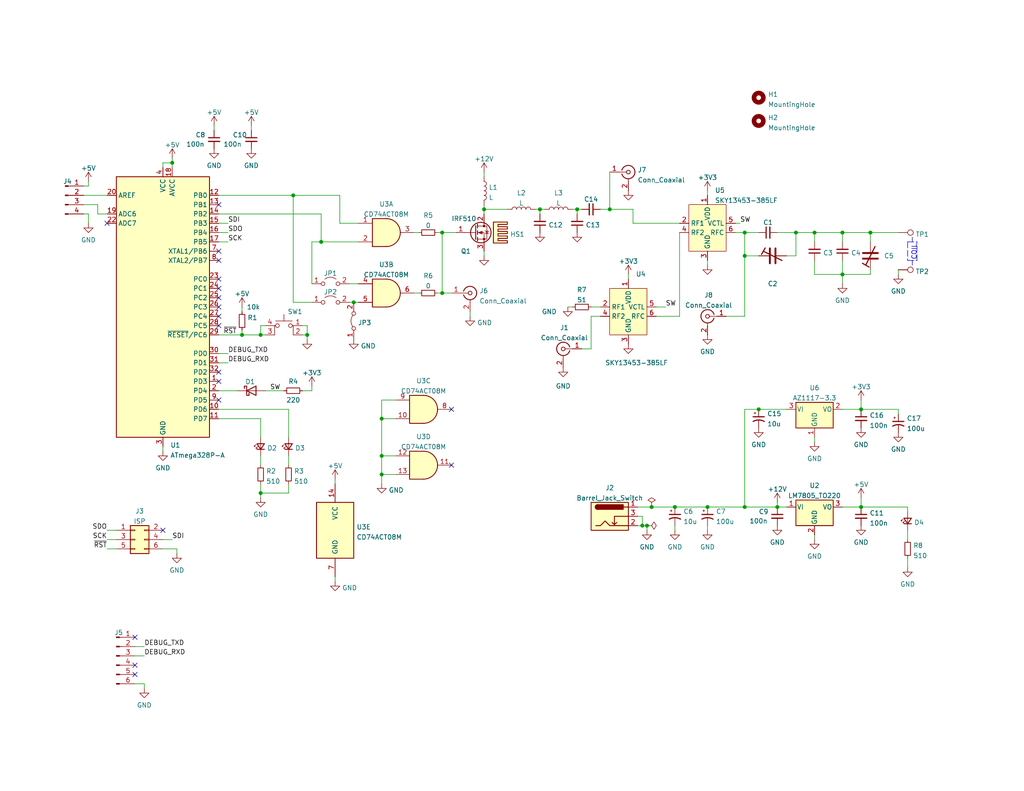
<source format=kicad_sch>
(kicad_sch (version 20211123) (generator eeschema)
  (paper "USLetter")
  (title_block (title "MRR") (date "2022-04-06") (rev "1") (comment 1 "Designed by Hans Gaensbauer"))
  (lib_symbols
    (symbol "74xx:74LS08" (pin_names (offset 1.016))
      (property "Reference" "U" (at 0 1.27 0))
      (property "Value" "74LS08" (at 0 -1.27 0))
      (symbol "74LS08_1_1"
        (pin input line (at -7.62 2.54 0) (length 3.81) (name "~") (number "1"))
        (pin input line (at -7.62 -2.54 0) (length 3.81) (name "~") (number "2"))
        (pin output line (at 7.62 0 180) (length 3.81) (name "~") (number "3"))
      )
      (symbol "74LS08_1_2"
        (pin input inverted (at -7.62 2.54 0) (length 4.318) (name "~") (number "1"))
        (pin input inverted (at -7.62 -2.54 0) (length 4.318) (name "~") (number "2"))
        (pin output inverted (at 7.62 0 180) (length 3.81) (name "~") (number "3"))
      )
      (symbol "74LS08_2_1"
        (pin input line (at -7.62 2.54 0) (length 3.81) (name "~") (number "4"))
        (pin input line (at -7.62 -2.54 0) (length 3.81) (name "~") (number "5"))
        (pin output line (at 7.62 0 180) (length 3.81) (name "~") (number "6"))
      )
      (symbol "74LS08_2_2"
        (pin input inverted (at -7.62 2.54 0) (length 4.318) (name "~") (number "4"))
        (pin input inverted (at -7.62 -2.54 0) (length 4.318) (name "~") (number "5"))
        (pin output inverted (at 7.62 0 180) (length 3.81) (name "~") (number "6"))
      )
      (symbol "74LS08_3_1"
        (pin input line (at -7.62 -2.54 0) (length 3.81) (name "~") (number "10"))
        (pin output line (at 7.62 0 180) (length 3.81) (name "~") (number "8"))
        (pin input line (at -7.62 2.54 0) (length 3.81) (name "~") (number "9"))
      )
      (symbol "74LS08_3_2"
        (pin input inverted (at -7.62 -2.54 0) (length 4.318) (name "~") (number "10"))
        (pin output inverted (at 7.62 0 180) (length 3.81) (name "~") (number "8"))
        (pin input inverted (at -7.62 2.54 0) (length 4.318) (name "~") (number "9"))
      )
      (symbol "74LS08_4_1"
        (pin output line (at 7.62 0 180) (length 3.81) (name "~") (number "11"))
        (pin input line (at -7.62 2.54 0) (length 3.81) (name "~") (number "12"))
        (pin input line (at -7.62 -2.54 0) (length 3.81) (name "~") (number "13"))
      )
      (symbol "74LS08_4_2"
        (pin output inverted (at 7.62 0 180) (length 3.81) (name "~") (number "11"))
        (pin input inverted (at -7.62 2.54 0) (length 4.318) (name "~") (number "12"))
        (pin input inverted (at -7.62 -2.54 0) (length 4.318) (name "~") (number "13"))
      )
      (symbol "74LS08_5_0"
        (pin power_in line (at 0 12.7 270) (length 5.08) (name "VCC") (number "14"))
        (pin power_in line (at 0 -12.7 90) (length 5.08) (name "GND") (number "7"))
      )
    )
    (symbol "Connector:Barrel_Jack_Switch" (pin_names hide)
      (property "Reference" "J" (at 0 5.334 0))
      (property "Value" "Barrel_Jack_Switch" (at 0 -5.08 0))
      (symbol "Barrel_Jack_Switch_1_1"
        (pin passive line (at 7.62 2.54 180) (length 2.54) (name "~") (number "1"))
        (pin passive line (at 7.62 -2.54 180) (length 2.54) (name "~") (number "2"))
        (pin passive line (at 7.62 0 180) (length 2.54) (name "~") (number "3"))
      )
    )
    (symbol "Connector:Conn_01x04_Male" (pin_names (offset 1.016) hide)
      (property "Reference" "J" (at 0 5.08 0))
      (property "Value" "Conn_01x04_Male" (at 0 -7.62 0))
      (symbol "Conn_01x04_Male_1_1"
        (pin passive line (at 5.08 2.54 180) (length 3.81) (name "Pin_1") (number "1"))
        (pin passive line (at 5.08 0 180) (length 3.81) (name "Pin_2") (number "2"))
        (pin passive line (at 5.08 -2.54 180) (length 3.81) (name "Pin_3") (number "3"))
        (pin passive line (at 5.08 -5.08 180) (length 3.81) (name "Pin_4") (number "4"))
      )
    )
    (symbol "Connector:Conn_01x06_Male" (pin_names (offset 1.016) hide)
      (property "Reference" "J" (at 0 7.62 0))
      (property "Value" "Conn_01x06_Male" (at 0 -10.16 0))
      (symbol "Conn_01x06_Male_1_1"
        (pin passive line (at 5.08 5.08 180) (length 3.81) (name "Pin_1") (number "1"))
        (pin passive line (at 5.08 2.54 180) (length 3.81) (name "Pin_2") (number "2"))
        (pin passive line (at 5.08 0 180) (length 3.81) (name "Pin_3") (number "3"))
        (pin passive line (at 5.08 -2.54 180) (length 3.81) (name "Pin_4") (number "4"))
        (pin passive line (at 5.08 -5.08 180) (length 3.81) (name "Pin_5") (number "5"))
        (pin passive line (at 5.08 -7.62 180) (length 3.81) (name "Pin_6") (number "6"))
      )
    )
    (symbol "Connector:Conn_Coaxial" (pin_names (offset 1.016) hide)
      (property "Reference" "J" (at 0.254 3.048 0))
      (property "Value" "Conn_Coaxial" (at 2.921 0 90))
      (symbol "Conn_Coaxial_1_1"
        (pin passive line (at -5.08 0 0) (length 2.54) (name "In") (number "1"))
        (pin passive line (at 0 -5.08 90) (length 2.54) (name "Ext") (number "2"))
      )
    )
    (symbol "Connector:TestPoint" (pin_numbers hide) (pin_names (offset 0.762) hide)
      (property "Reference" "TP" (at 0 6.858 0))
      (property "Value" "TestPoint" (at 0 5.08 0))
      (symbol "TestPoint_1_1"
        (pin passive line (at 0 0 90) (length 2.54) (name "1") (number "1"))
      )
    )
    (symbol "Connector_Generic:Conn_02x03_Odd_Even" (pin_names (offset 1.016) hide)
      (property "Reference" "J" (at 1.27 5.08 0))
      (property "Value" "Conn_02x03_Odd_Even" (at 1.27 -5.08 0))
      (symbol "Conn_02x03_Odd_Even_1_1"
        (pin passive line (at -5.08 2.54 0) (length 3.81) (name "Pin_1") (number "1"))
        (pin passive line (at 7.62 2.54 180) (length 3.81) (name "Pin_2") (number "2"))
        (pin passive line (at -5.08 0 0) (length 3.81) (name "Pin_3") (number "3"))
        (pin passive line (at 7.62 0 180) (length 3.81) (name "Pin_4") (number "4"))
        (pin passive line (at -5.08 -2.54 0) (length 3.81) (name "Pin_5") (number "5"))
        (pin passive line (at 7.62 -2.54 180) (length 3.81) (name "Pin_6") (number "6"))
      )
    )
    (symbol "Device:C_Polarized_Small_US" (pin_numbers hide) (pin_names (offset 0.254) hide)
      (property "Reference" "C" (at 0.254 1.778 0))
      (property "Value" "C_Polarized_Small_US" (at 0.254 -2.032 0))
      (symbol "C_Polarized_Small_US_1_1"
        (pin passive line (at 0 2.54 270) (length 2.032) (name "~") (number "1"))
        (pin passive line (at 0 -2.54 90) (length 2.032) (name "~") (number "2"))
      )
    )
    (symbol "Device:C_Small" (pin_numbers hide) (pin_names (offset 0.254) hide)
      (property "Reference" "C" (at 0.254 1.778 0))
      (property "Value" "C_Small" (at 0.254 -2.032 0))
      (symbol "C_Small_1_1"
        (pin passive line (at 0 2.54 270) (length 2.032) (name "~") (number "1"))
        (pin passive line (at 0 -2.54 90) (length 2.032) (name "~") (number "2"))
      )
    )
    (symbol "Device:C_Trim" (pin_numbers hide) (pin_names (offset 0.254) hide)
      (property "Reference" "C" (at 1.524 -2.032 0))
      (property "Value" "C_Trim" (at 3.048 -3.556 0))
      (symbol "C_Trim_1_1"
        (pin passive line (at 0 3.81 270) (length 3.048) (name "~") (number "1"))
        (pin passive line (at 0 -3.81 90) (length 3.048) (name "~") (number "2"))
      )
    )
    (symbol "Device:D_Schottky" (pin_numbers hide) (pin_names (offset 1.016) hide)
      (property "Reference" "D" (at 0 2.54 0))
      (property "Value" "D_Schottky" (at 0 -2.54 0))
      (symbol "D_Schottky_1_1"
        (pin passive line (at -3.81 0 0) (length 2.54) (name "K") (number "1"))
        (pin passive line (at 3.81 0 180) (length 2.54) (name "A") (number "2"))
      )
    )
    (symbol "Device:L" (pin_numbers hide) (pin_names (offset 1.016) hide)
      (property "Reference" "L" (at -1.27 0 90))
      (property "Value" "L" (at 1.905 0 90))
      (symbol "L_1_1"
        (pin passive line (at 0 3.81 270) (length 1.27) (name "1") (number "1"))
        (pin passive line (at 0 -3.81 90) (length 1.27) (name "2") (number "2"))
      )
    )
    (symbol "Device:LED_Small" (pin_numbers hide) (pin_names (offset 0.254) hide)
      (property "Reference" "D" (at -1.27 3.175 0))
      (property "Value" "LED_Small" (at -4.445 -2.54 0))
      (symbol "LED_Small_1_1"
        (pin passive line (at -2.54 0 0) (length 1.778) (name "K") (number "1"))
        (pin passive line (at 2.54 0 180) (length 1.778) (name "A") (number "2"))
      )
    )
    (symbol "Device:Q_NMOS_GDS" (pin_names (offset 0) hide)
      (property "Reference" "Q" (at 5.08 1.27 0))
      (property "Value" "Q_NMOS_GDS" (at 5.08 -1.27 0))
      (symbol "Q_NMOS_GDS_1_1"
        (pin input line (at -5.08 0 0) (length 2.54) (name "G") (number "1"))
        (pin passive line (at 2.54 5.08 270) (length 2.54) (name "D") (number "2"))
        (pin passive line (at 2.54 -5.08 90) (length 2.54) (name "S") (number "3"))
      )
    )
    (symbol "Device:R_Small" (pin_numbers hide) (pin_names (offset 0.254) hide)
      (property "Reference" "R" (at 0.762 0.508 0))
      (property "Value" "R_Small" (at 0.762 -1.016 0))
      (symbol "R_Small_1_1"
        (pin passive line (at 0 2.54 270) (length 0.762) (name "~") (number "1"))
        (pin passive line (at 0 -2.54 90) (length 0.762) (name "~") (number "2"))
      )
    )
    (symbol "Jumper:Jumper_2_Bridged" (pin_names (offset 0) hide)
      (property "Reference" "JP" (at 0 1.905 0))
      (property "Value" "Jumper_2_Bridged" (at 0 -2.54 0))
      (symbol "Jumper_2_Bridged_1_1"
        (pin passive line (at -5.08 0 0) (length 2.54) (name "A") (number "1"))
        (pin passive line (at 5.08 0 180) (length 2.54) (name "B") (number "2"))
      )
    )
    (symbol "Jumper:Jumper_2_Open" (pin_names (offset 0) hide)
      (property "Reference" "JP" (at 0 2.794 0))
      (property "Value" "Jumper_2_Open" (at 0 -2.286 0))
      (symbol "Jumper_2_Open_1_1"
        (pin passive line (at -5.08 0 0) (length 2.54) (name "A") (number "1"))
        (pin passive line (at 5.08 0 180) (length 2.54) (name "B") (number "2"))
      )
    )
    (symbol "MCU_Microchip_ATmega:ATmega328P-A"
      (property "Reference" "U" (at -12.7 36.83 0))
      (property "Value" "ATmega328P-A" (at 2.54 -36.83 0))
      (symbol "ATmega328P-A_1_1"
        (pin bidirectional line (at 15.24 -20.32 180) (length 2.54) (name "PD3") (number "1"))
        (pin bidirectional line (at 15.24 -27.94 180) (length 2.54) (name "PD6") (number "10"))
        (pin bidirectional line (at 15.24 -30.48 180) (length 2.54) (name "PD7") (number "11"))
        (pin bidirectional line (at 15.24 30.48 180) (length 2.54) (name "PB0") (number "12"))
        (pin bidirectional line (at 15.24 27.94 180) (length 2.54) (name "PB1") (number "13"))
        (pin bidirectional line (at 15.24 25.4 180) (length 2.54) (name "PB2") (number "14"))
        (pin bidirectional line (at 15.24 22.86 180) (length 2.54) (name "PB3") (number "15"))
        (pin bidirectional line (at 15.24 20.32 180) (length 2.54) (name "PB4") (number "16"))
        (pin bidirectional line (at 15.24 17.78 180) (length 2.54) (name "PB5") (number "17"))
        (pin power_in line (at 2.54 38.1 270) (length 2.54) (name "AVCC") (number "18"))
        (pin input line (at -15.24 25.4 0) (length 2.54) (name "ADC6") (number "19"))
        (pin bidirectional line (at 15.24 -22.86 180) (length 2.54) (name "PD4") (number "2"))
        (pin passive line (at -15.24 30.48 0) (length 2.54) (name "AREF") (number "20"))
        (pin passive line (at 0 -38.1 90) (length 2.54) hide (name "GND") (number "21"))
        (pin input line (at -15.24 22.86 0) (length 2.54) (name "ADC7") (number "22"))
        (pin bidirectional line (at 15.24 7.62 180) (length 2.54) (name "PC0") (number "23"))
        (pin bidirectional line (at 15.24 5.08 180) (length 2.54) (name "PC1") (number "24"))
        (pin bidirectional line (at 15.24 2.54 180) (length 2.54) (name "PC2") (number "25"))
        (pin bidirectional line (at 15.24 0 180) (length 2.54) (name "PC3") (number "26"))
        (pin bidirectional line (at 15.24 -2.54 180) (length 2.54) (name "PC4") (number "27"))
        (pin bidirectional line (at 15.24 -5.08 180) (length 2.54) (name "PC5") (number "28"))
        (pin bidirectional line (at 15.24 -7.62 180) (length 2.54) (name "~{RESET}/PC6") (number "29"))
        (pin power_in line (at 0 -38.1 90) (length 2.54) (name "GND") (number "3"))
        (pin bidirectional line (at 15.24 -12.7 180) (length 2.54) (name "PD0") (number "30"))
        (pin bidirectional line (at 15.24 -15.24 180) (length 2.54) (name "PD1") (number "31"))
        (pin bidirectional line (at 15.24 -17.78 180) (length 2.54) (name "PD2") (number "32"))
        (pin power_in line (at 0 38.1 270) (length 2.54) (name "VCC") (number "4"))
        (pin passive line (at 0 -38.1 90) (length 2.54) hide (name "GND") (number "5"))
        (pin passive line (at 0 38.1 270) (length 2.54) hide (name "VCC") (number "6"))
        (pin bidirectional line (at 15.24 15.24 180) (length 2.54) (name "XTAL1/PB6") (number "7"))
        (pin bidirectional line (at 15.24 12.7 180) (length 2.54) (name "XTAL2/PB7") (number "8"))
        (pin bidirectional line (at 15.24 -25.4 180) (length 2.54) (name "PD5") (number "9"))
      )
    )
    (symbol "MRR:SKY13453-385LF"
      (property "Reference" "U4" (at 2.0194 10.2657 0))
      (property "Value" "SKY13453-385LF" (at -6.35 -13.97 0))
      (symbol "SKY13453-385LF_1_1"
        (pin power_in line (at 0 8.89 270) (length 2.54) (name "VDD") (number "1"))
        (pin passive line (at -7.62 1.27 0) (length 2.54) (name "RF1") (number "2"))
        (pin power_in line (at 0 -8.89 90) (length 2.54) (name "GND") (number "3"))
        (pin passive line (at -7.62 -1.27 0) (length 2.54) (name "RF2") (number "4"))
        (pin input line (at 7.62 1.27 180) (length 2.54) (name "VCTL") (number "5"))
        (pin passive line (at 7.62 -1.27 180) (length 2.54) (name "RFC") (number "6"))
      )
    )
    (symbol "Mechanical:Heatsink" (pin_names (offset 1.016))
      (property "Reference" "HS" (at 0 5.08 0))
      (property "Value" "Heatsink" (at 0 -1.27 0))
    )
    (symbol "Mechanical:MountingHole" (pin_names (offset 1.016))
      (property "Reference" "H" (at 0 5.08 0))
      (property "Value" "MountingHole" (at 0 3.175 0))
    )
    (symbol "Regulator_Linear:AZ1117-3.3" (pin_names (offset 0.254))
      (property "Reference" "U" (at -3.81 3.175 0))
      (property "Value" "AZ1117-3.3" (at 0 3.175 0))
      (symbol "AZ1117-3.3_1_1"
        (pin power_in line (at 0 -7.62 90) (length 2.54) (name "GND") (number "1"))
        (pin power_out line (at 7.62 0 180) (length 2.54) (name "VO") (number "2"))
        (pin power_in line (at -7.62 0 0) (length 2.54) (name "VI") (number "3"))
      )
    )
    (symbol "Regulator_Linear:LM7805_TO220" (pin_names (offset 0.254))
      (property "Reference" "U" (at -3.81 3.175 0))
      (property "Value" "LM7805_TO220" (at 0 3.175 0))
      (symbol "LM7805_TO220_1_1"
        (pin power_in line (at -7.62 0 0) (length 2.54) (name "VI") (number "1"))
        (pin power_in line (at 0 -7.62 90) (length 2.54) (name "GND") (number "2"))
        (pin power_out line (at 7.62 0 180) (length 2.54) (name "VO") (number "3"))
      )
    )
    (symbol "Switch:SW_MEC_5E" (pin_names (offset 1.016) hide)
      (property "Reference" "SW" (at 0.635 5.715 0))
      (property "Value" "SW_MEC_5E" (at 0 -3.175 0))
      (symbol "SW_MEC_5E_0_1"
        (pin passive line (at -5.08 2.54 0) (length 2.54) (name "1") (number "1"))
        (pin passive line (at -5.08 0 0) (length 2.54) (name "2") (number "2"))
        (pin passive line (at 5.08 0 180) (length 2.54) (name "K") (number "3"))
        (pin passive line (at 5.08 2.54 180) (length 2.54) (name "A") (number "4"))
      )
    )
    (symbol "power:+12V" (power) (pin_names (offset 0))
      (property "Value" "+12V" (at 0 3.556 0))
      (symbol "+12V_1_1"
        (pin power_in line (at 0 0 90) (length 0) hide (name "+12V") (number "1"))
      )
    )
    (symbol "power:+3.3V" (power) (pin_names (offset 0))
      (property "Value" "+3.3V" (at 0 3.556 0))
      (symbol "+3.3V_1_1"
        (pin power_in line (at 0 0 90) (length 0) hide (name "+3V3") (number "1"))
      )
    )
    (symbol "power:+5V" (power) (pin_names (offset 0))
      (property "Value" "+5V" (at 0 3.556 0))
      (symbol "+5V_1_1"
        (pin power_in line (at 0 0 90) (length 0) hide (name "+5V") (number "1"))
      )
    )
    (symbol "power:GND" (power) (pin_names (offset 0))
      (property "Value" "GND" (at 0 -3.81 0))
      (symbol "GND_1_1"
        (pin power_in line (at 0 0 270) (length 0) hide (name "GND") (number "1"))
      )
    )
    (symbol "power:PWR_FLAG" (power) (pin_numbers hide) (pin_names (offset 0) hide)
      (property "Value" "PWR_FLAG" (at 0 3.81 0))
      (symbol "PWR_FLAG_0_0"
        (pin power_out line (at 0 0 90) (length 0) (name "pwr") (number "1"))
      )
    )
  )
  (junction (at 104.14 124.46))
  (junction (at 222.25 63.5))
  (junction (at 212.09 138.43))
  (junction (at 229.87 74.93))
  (junction (at 83.82 91.44))
  (junction (at 166.37 57.15))
  (junction (at 234.95 138.43))
  (junction (at 96.52 82.55))
  (junction (at 120.65 80.01))
  (junction (at 203.2 63.5))
  (junction (at 184.15 138.43))
  (junction (at 175.26 143.51))
  (junction (at 234.95 111.76))
  (junction (at 120.65 63.5))
  (junction (at 66.04 91.44))
  (junction (at 176.53 143.51))
  (junction (at 157.48 57.15))
  (junction (at 193.04 138.43))
  (junction (at 104.14 114.3))
  (junction (at 207.01 111.76))
  (junction (at 71.12 91.44))
  (junction (at 104.14 129.54))
  (junction (at 217.17 63.5))
  (junction (at 147.32 57.15))
  (junction (at 132.08 57.15))
  (junction (at 203.2 69.85))
  (junction (at 46.99 44.45))
  (junction (at 203.2 138.43))
  (junction (at 237.49 63.5))
  (junction (at 177.8 138.43))
  (junction (at 71.12 134.62))
  (junction (at 87.63 66.04))
  (junction (at 229.87 63.5))
  (junction (at 80.01 53.34))
  (no_connect (at 36.83 181.61))
  (no_connect (at 36.83 184.15))
  (no_connect (at 29.21 60.96))
  (no_connect (at 36.83 173.99))
  (no_connect (at 59.69 83.82))
  (no_connect (at 59.69 86.36))
  (no_connect (at 59.69 88.9))
  (no_connect (at 59.69 101.6))
  (no_connect (at 59.69 104.14))
  (no_connect (at 59.69 109.22))
  (no_connect (at 59.69 68.58))
  (no_connect (at 59.69 71.12))
  (no_connect (at 59.69 76.2))
  (no_connect (at 59.69 78.74))
  (no_connect (at 59.69 81.28))
  (no_connect (at 44.45 144.78))
  (no_connect (at 59.69 55.88))
  (no_connect (at 123.19 127))
  (no_connect (at 123.19 111.76))
  (wire (pts (xy 222.25 63.5) (xy 222.25 66.04)))
  (wire (pts (xy 119.38 80.01) (xy 120.65 80.01)))
  (wire (pts (xy 113.03 80.01) (xy 114.3 80.01)))
  (polyline (pts (xy 247.65 71.12) (xy 250.19 71.12)))
  (wire (pts (xy 171.45 74.93) (xy 171.45 76.2)))
  (wire (pts (xy 22.86 50.8) (xy 24.13 50.8)))
  (wire (pts (xy 229.87 63.5) (xy 222.25 63.5)))
  (wire (pts (xy 166.37 57.15) (xy 163.83 57.15)))
  (wire (pts (xy 214.63 111.76) (xy 207.01 111.76)))
  (wire (pts (xy 198.12 86.36) (xy 203.2 86.36)))
  (wire (pts (xy 83.82 91.44) (xy 83.82 92.71)))
  (wire (pts (xy 71.12 88.9) (xy 71.12 91.44)))
  (wire (pts (xy 83.82 91.44) (xy 83.82 88.9)))
  (wire (pts (xy 176.53 143.51) (xy 175.26 143.51)))
  (wire (pts (xy 44.45 149.86) (xy 48.26 149.86)))
  (wire (pts (xy 132.08 55.88) (xy 132.08 57.15)))
  (wire (pts (xy 245.11 73.66) (xy 245.11 74.93)))
  (wire (pts (xy 82.55 106.68) (xy 85.09 106.68)))
  (wire (pts (xy 234.95 111.76) (xy 245.11 111.76)))
  (wire (pts (xy 193.04 52.07) (xy 193.04 53.34)))
  (wire (pts (xy 104.14 129.54) (xy 107.95 129.54)))
  (wire (pts (xy 59.69 63.5) (xy 62.23 63.5)))
  (wire (pts (xy 36.83 186.69) (xy 39.37 186.69)))
  (wire (pts (xy 80.01 53.34) (xy 92.71 53.34)))
  (wire (pts (xy 29.21 149.86) (xy 31.75 149.86)))
  (wire (pts (xy 66.04 90.17) (xy 66.04 91.44)))
  (wire (pts (xy 24.13 58.42) (xy 22.86 58.42)))
  (wire (pts (xy 234.95 138.43) (xy 234.95 135.89)))
  (wire (pts (xy 203.2 63.5) (xy 203.2 69.85)))
  (wire (pts (xy 113.03 63.5) (xy 114.3 63.5)))
  (wire (pts (xy 66.04 83.82) (xy 66.04 85.09)))
  (wire (pts (xy 173.99 140.97) (xy 175.26 140.97)))
  (wire (pts (xy 247.65 154.94) (xy 247.65 152.4)))
  (wire (pts (xy 156.21 83.82) (xy 154.94 83.82)))
  (polyline (pts (xy 248.92 71.12) (xy 248.92 72.39)))
  (wire (pts (xy 46.99 44.45) (xy 46.99 45.72)))
  (wire (pts (xy 59.69 53.34) (xy 80.01 53.34)))
  (wire (pts (xy 156.21 57.15) (xy 157.48 57.15)))
  (wire (pts (xy 68.58 34.29) (xy 68.58 35.56)))
  (wire (pts (xy 59.69 111.76) (xy 78.74 111.76)))
  (wire (pts (xy 229.87 74.93) (xy 237.49 74.93)))
  (wire (pts (xy 147.32 57.15) (xy 148.59 57.15)))
  (wire (pts (xy 71.12 134.62) (xy 78.74 134.62)))
  (wire (pts (xy 212.09 137.16) (xy 212.09 138.43)))
  (wire (pts (xy 207.01 111.76) (xy 203.2 111.76)))
  (wire (pts (xy 200.66 60.96) (xy 201.93 60.96)))
  (wire (pts (xy 71.12 124.46) (xy 71.12 127)))
  (wire (pts (xy 59.69 60.96) (xy 62.23 60.96)))
  (wire (pts (xy 229.87 71.12) (xy 229.87 74.93)))
  (wire (pts (xy 212.09 63.5) (xy 217.17 63.5)))
  (wire (pts (xy 71.12 134.62) (xy 71.12 135.89)))
  (wire (pts (xy 193.04 143.51) (xy 193.04 144.78)))
  (wire (pts (xy 229.87 111.76) (xy 234.95 111.76)))
  (wire (pts (xy 71.12 114.3) (xy 71.12 119.38)))
  (wire (pts (xy 104.14 114.3) (xy 104.14 124.46)))
  (wire (pts (xy 39.37 186.69) (xy 39.37 187.96)))
  (wire (pts (xy 234.95 138.43) (xy 247.65 138.43)))
  (wire (pts (xy 82.55 91.44) (xy 83.82 91.44)))
  (wire (pts (xy 80.01 82.55) (xy 80.01 53.34)))
  (wire (pts (xy 229.87 138.43) (xy 234.95 138.43)))
  (wire (pts (xy 120.65 80.01) (xy 123.19 80.01)))
  (wire (pts (xy 166.37 57.15) (xy 172.72 57.15)))
  (wire (pts (xy 203.2 111.76) (xy 203.2 138.43)))
  (wire (pts (xy 95.25 82.55) (xy 96.52 82.55)))
  (wire (pts (xy 179.07 83.82) (xy 181.61 83.82)))
  (wire (pts (xy 163.83 86.36) (xy 161.29 86.36)))
  (wire (pts (xy 234.95 111.76) (xy 234.95 109.22)))
  (wire (pts (xy 59.69 91.44) (xy 66.04 91.44)))
  (wire (pts (xy 229.87 63.5) (xy 229.87 66.04)))
  (wire (pts (xy 26.67 58.42) (xy 29.21 58.42)))
  (wire (pts (xy 217.17 69.85) (xy 214.63 69.85)))
  (wire (pts (xy 29.21 147.32) (xy 31.75 147.32)))
  (wire (pts (xy 22.86 53.34) (xy 29.21 53.34)))
  (wire (pts (xy 104.14 129.54) (xy 104.14 132.08)))
  (wire (pts (xy 212.09 138.43) (xy 214.63 138.43)))
  (wire (pts (xy 222.25 74.93) (xy 229.87 74.93)))
  (wire (pts (xy 87.63 66.04) (xy 97.79 66.04)))
  (wire (pts (xy 217.17 63.5) (xy 217.17 69.85)))
  (wire (pts (xy 173.99 138.43) (xy 177.8 138.43)))
  (wire (pts (xy 78.74 124.46) (xy 78.74 127)))
  (wire (pts (xy 29.21 144.78) (xy 31.75 144.78)))
  (wire (pts (xy 128.27 85.09) (xy 128.27 86.36)))
  (wire (pts (xy 247.65 144.78) (xy 247.65 147.32)))
  (polyline (pts (xy 248.92 64.77) (xy 248.92 66.04)))
  (wire (pts (xy 104.14 124.46) (xy 104.14 129.54)))
  (wire (pts (xy 173.99 143.51) (xy 175.26 143.51)))
  (wire (pts (xy 172.72 60.96) (xy 185.42 60.96)))
  (wire (pts (xy 222.25 71.12) (xy 222.25 74.93)))
  (wire (pts (xy 26.67 55.88) (xy 26.67 58.42)))
  (wire (pts (xy 36.83 179.07) (xy 39.37 179.07)))
  (wire (pts (xy 120.65 63.5) (xy 124.46 63.5)))
  (wire (pts (xy 203.2 86.36) (xy 203.2 69.85)))
  (wire (pts (xy 132.08 57.15) (xy 132.08 58.42)))
  (wire (pts (xy 85.09 82.55) (xy 80.01 82.55)))
  (wire (pts (xy 104.14 109.22) (xy 104.14 114.3)))
  (wire (pts (xy 237.49 63.5) (xy 245.11 63.5)))
  (wire (pts (xy 44.45 121.92) (xy 44.45 123.19)))
  (wire (pts (xy 146.05 57.15) (xy 147.32 57.15)))
  (wire (pts (xy 36.83 176.53) (xy 39.37 176.53)))
  (wire (pts (xy 22.86 55.88) (xy 26.67 55.88)))
  (wire (pts (xy 222.25 146.05) (xy 222.25 147.32)))
  (wire (pts (xy 157.48 57.15) (xy 158.75 57.15)))
  (wire (pts (xy 46.99 43.18) (xy 46.99 44.45)))
  (wire (pts (xy 185.42 86.36) (xy 179.07 86.36)))
  (wire (pts (xy 78.74 111.76) (xy 78.74 119.38)))
  (wire (pts (xy 85.09 105.41) (xy 85.09 106.68)))
  (wire (pts (xy 177.8 138.43) (xy 184.15 138.43)))
  (wire (pts (xy 200.66 63.5) (xy 203.2 63.5)))
  (wire (pts (xy 245.11 111.76) (xy 245.11 113.03)))
  (wire (pts (xy 229.87 63.5) (xy 237.49 63.5)))
  (wire (pts (xy 193.04 71.12) (xy 193.04 72.39)))
  (wire (pts (xy 185.42 63.5) (xy 185.42 86.36)))
  (wire (pts (xy 96.52 82.55) (xy 97.79 82.55)))
  (wire (pts (xy 176.53 144.78) (xy 176.53 143.51)))
  (wire (pts (xy 91.44 157.48) (xy 91.44 158.75)))
  (wire (pts (xy 91.44 130.81) (xy 91.44 132.08)))
  (wire (pts (xy 71.12 91.44) (xy 72.39 91.44)))
  (wire (pts (xy 193.04 138.43) (xy 203.2 138.43)))
  (wire (pts (xy 85.09 66.04) (xy 87.63 66.04)))
  (wire (pts (xy 72.39 106.68) (xy 77.47 106.68)))
  (wire (pts (xy 184.15 138.43) (xy 193.04 138.43)))
  (wire (pts (xy 247.65 138.43) (xy 247.65 139.7)))
  (wire (pts (xy 217.17 63.5) (xy 222.25 63.5)))
  (wire (pts (xy 158.75 95.25) (xy 161.29 95.25)))
  (wire (pts (xy 59.69 114.3) (xy 71.12 114.3)))
  (wire (pts (xy 59.69 99.06) (xy 62.23 99.06)))
  (wire (pts (xy 71.12 132.08) (xy 71.12 134.62)))
  (wire (pts (xy 44.45 147.32) (xy 46.99 147.32)))
  (wire (pts (xy 58.42 34.29) (xy 58.42 35.56)))
  (wire (pts (xy 95.25 77.47) (xy 97.79 77.47)))
  (wire (pts (xy 157.48 57.15) (xy 157.48 58.42)))
  (wire (pts (xy 120.65 80.01) (xy 120.65 63.5)))
  (wire (pts (xy 78.74 134.62) (xy 78.74 132.08)))
  (wire (pts (xy 203.2 138.43) (xy 212.09 138.43)))
  (wire (pts (xy 72.39 88.9) (xy 71.12 88.9)))
  (wire (pts (xy 59.69 58.42) (xy 87.63 58.42)))
  (wire (pts (xy 222.25 119.38) (xy 222.25 120.65)))
  (wire (pts (xy 44.45 44.45) (xy 44.45 45.72)))
  (wire (pts (xy 87.63 58.42) (xy 87.63 66.04)))
  (wire (pts (xy 59.69 96.52) (xy 62.23 96.52)))
  (wire (pts (xy 46.99 44.45) (xy 44.45 44.45)))
  (polyline (pts (xy 250.19 71.12) (xy 250.19 66.04)))
  (wire (pts (xy 229.87 74.93) (xy 229.87 77.47)))
  (wire (pts (xy 85.09 77.47) (xy 85.09 66.04)))
  (wire (pts (xy 24.13 49.53) (xy 24.13 50.8)))
  (wire (pts (xy 120.65 63.5) (xy 119.38 63.5)))
  (wire (pts (xy 48.26 151.13) (xy 48.26 149.86)))
  (wire (pts (xy 59.69 66.04) (xy 62.23 66.04)))
  (wire (pts (xy 161.29 83.82) (xy 163.83 83.82)))
  (wire (pts (xy 92.71 53.34) (xy 92.71 60.96)))
  (wire (pts (xy 104.14 114.3) (xy 107.95 114.3)))
  (wire (pts (xy 132.08 57.15) (xy 138.43 57.15)))
  (wire (pts (xy 107.95 109.22) (xy 104.14 109.22)))
  (wire (pts (xy 24.13 60.96) (xy 24.13 58.42)))
  (wire (pts (xy 59.69 106.68) (xy 64.77 106.68)))
  (wire (pts (xy 104.14 124.46) (xy 107.95 124.46)))
  (wire (pts (xy 161.29 86.36) (xy 161.29 95.25)))
  (wire (pts (xy 203.2 63.5) (xy 207.01 63.5)))
  (wire (pts (xy 132.08 46.99) (xy 132.08 48.26)))
  (wire (pts (xy 172.72 57.15) (xy 172.72 60.96)))
  (wire (pts (xy 175.26 140.97) (xy 175.26 143.51)))
  (wire (pts (xy 83.82 88.9) (xy 82.55 88.9)))
  (wire (pts (xy 66.04 91.44) (xy 71.12 91.44)))
  (polyline (pts (xy 247.65 66.04) (xy 247.65 71.12)))
  (wire (pts (xy 147.32 57.15) (xy 147.32 58.42)))
  (wire (pts (xy 237.49 74.93) (xy 237.49 73.66)))
  (polyline (pts (xy 247.65 66.04) (xy 250.19 66.04)))
  (wire (pts (xy 132.08 68.58) (xy 132.08 69.85)))
  (wire (pts (xy 92.71 60.96) (xy 97.79 60.96)))
  (wire (pts (xy 166.37 46.99) (xy 166.37 57.15)))
  (wire (pts (xy 184.15 143.51) (xy 184.15 144.78)))
  (wire (pts (xy 237.49 63.5) (xy 237.49 66.04)))
  (wire (pts (xy 203.2 69.85) (xy 207.01 69.85)))
  (text "COIL" (at 250.19 71.12 90) (effects (font (size 1.27 1.27)) (justify left bottom)))
  (label "SDI" (at 46.99 147.32 0))
  (label "SW" (at 201.93 60.96 0))
  (label "SDO" (at 62.23 63.5 0))
  (label "SW" (at 181.61 83.82 0))
  (label "SW" (at 73.66 106.68 0))
  (label "DEBUG_RXD" (at 62.23 99.06 0))
  (label "SCK" (at 62.23 66.04 0))
  (label "DEBUG_TXD" (at 39.37 176.53 0))
  (label "SDI" (at 62.23 60.96 0))
  (label "DEBUG_TXD" (at 62.23 96.52 0))
  (label "DEBUG_RXD" (at 39.37 179.07 0))
  (label "SCK" (at 29.21 147.32 180))
  (label "~{RST}" (at 29.21 149.86 180))
  (label "SDO" (at 29.21 144.78 180))
  (label "~{RST}" (at 60.96 91.44 0))
  (symbol (lib_id "Connector:Conn_Coaxial") (at 171.45 46.99 0) (unit 1)
    (property "Reference" "J7" (at 173.99 46.3747 0) (effects (justify left)))
    (property "Value" "Conn_Coaxial" (at 173.99 49.1498 0) (effects (justify left)))
    (property "Footprint" "Connector_Coaxial:SMA_Samtec_SMA-J-P-X-ST-EM1_EdgeMount" (effects hide))
    (property "Datasheet" " ~" (effects hide))
  )
  (symbol (lib_id "Device:R_Small") (at 116.84 63.5 90) (unit 1)
    (property "Reference" "R5" (at 116.84 58.7969 90))
    (property "Value" "0" (at 116.84 61.572 90))
    (property "Footprint" "Resistor_SMD:R_0603_1608Metric" (effects hide))
  )
  (symbol (lib_id "Connector:Conn_Coaxial") (at 128.27 80.01 0) (unit 1)
    (property "Reference" "J6" (at 130.81 79.3947 0) (effects (justify left)))
    (property "Value" "Conn_Coaxial" (at 130.81 82.1698 0) (effects (justify left)))
    (property "Footprint" "Connector_Coaxial:SMA_Samtec_SMA-J-P-X-ST-EM1_EdgeMount" (effects hide))
    (property "Datasheet" " ~" (effects hide))
  )
  (symbol (lib_id "power:GND") (at 193.04 144.78 0) (unit 1)
    (property "Reference" "#PWR06" (effects hide))
    (property "Value" "GND" (at 193.04 149.3425 0))
  )
  (symbol (lib_id "Connector:Conn_01x06_Male") (at 31.75 179.07 0) (unit 1)
    (property "Reference" "J5" (at 32.385 172.7223 0))
    (property "Value" "Conn_01x06_Male" (effects hide))
    (property "Footprint" "Connector_PinHeader_2.54mm:PinHeader_1x06_P2.54mm_Horizontal" (effects hide))
  )
  (symbol (lib_id "Device:C_Polarized_Small_US") (at 193.04 140.97 0) (unit 1)
    (property "Reference" "C7" (at 195.3514 139.6297 0) (effects (justify left)))
    (property "Value" "100u" (at 195.3514 142.4048 0) (effects (justify left)))
    (property "Footprint" "Capacitor_THT:CP_Radial_D6.3mm_P2.50mm" (effects hide))
  )
  (symbol (lib_id "power:GND") (at 39.37 187.96 0) (unit 1)
    (property "Reference" "#PWR023" (effects hide))
    (property "Value" "GND" (at 39.37 192.5225 0))
  )
  (symbol (lib_id "power:GND") (at 229.87 77.47 0) (unit 1)
    (property "Reference" "#PWR02" (effects hide))
    (property "Value" "GND" (at 229.87 82.0325 0))
  )
  (symbol (lib_id "power:GND") (at 193.04 91.44 0) (unit 1)
    (property "Reference" "#PWR041" (effects hide))
    (property "Value" "GND" (at 193.04 96.0025 0))
  )
  (symbol (lib_id "power:+5V") (at 24.13 49.53 0) (unit 1)
    (property "Reference" "#PWR021" (effects hide))
    (property "Value" "+5V" (at 24.13 45.9255 0))
  )
  (symbol (lib_id "power:GND") (at 157.48 63.5 0) (mirror y) (unit 1)
    (property "Reference" "#PWR035" (effects hide))
    (property "Value" "GND" (effects hide))
  )
  (symbol (lib_id "power:GND") (at 44.45 123.19 0) (unit 1)
    (property "Reference" "#PWR07" (effects hide))
    (property "Value" "GND" (at 44.45 127.7525 0))
  )
  (symbol (lib_id "Regulator_Linear:LM7805_TO220") (at 222.25 138.43 0) (unit 1)
    (property "Reference" "U2" (at 222.25 132.5585 0))
    (property "Value" "LM7805_TO220" (at 222.25 135.3336 0))
    (property "Footprint" "Package_TO_SOT_THT:TO-220-3_Vertical" (effects hide))
    (property "Datasheet" "https://www.onsemi.cn/PowerSolutions/document/MC7800-D.PDF" (effects hide))
  )
  (symbol (lib_id "Device:R_Small") (at 78.74 129.54 180) (unit 1)
    (property "Reference" "R3" (at 80.2386 128.6315 0) (effects (justify right)))
    (property "Value" "510" (at 80.2386 131.4066 0) (effects (justify right)))
    (property "Footprint" "Resistor_SMD:R_0603_1608Metric" (effects hide))
  )
  (symbol (lib_id "Device:R_Small") (at 80.01 106.68 270) (unit 1)
    (property "Reference" "R4" (at 80.01 104.14 90))
    (property "Value" "220" (at 80.01 109.22 90))
    (property "Footprint" "Resistor_SMD:R_0603_1608Metric" (effects hide))
  )
  (symbol (lib_id "power:+5V") (at 234.95 135.89 0) (unit 1)
    (property "Reference" "#PWR019" (effects hide))
    (property "Value" "+5V" (at 234.95 132.2855 0))
  )
  (symbol (lib_id "Device:L") (at 132.08 52.07 0) (unit 1)
    (property "Reference" "L1" (at 133.35 51.1615 0) (effects (justify left)))
    (property "Value" "L" (at 133.35 53.9366 0) (effects (justify left)))
    (property "Footprint" "Inductor_THT:L_Toroid_Vertical_L14.7mm_W8.6mm_P5.58mm_Pulse_KM-1" (effects hide))
  )
  (symbol (lib_id "Device:C_Small") (at 229.87 68.58 180) (unit 1)
    (property "Reference" "C4" (at 232.1941 69.0526 0) (effects (justify right)))
    (property "Value" "C_Small" (effects hide))
    (property "Footprint" "Capacitor_SMD:C_0805_2012Metric" (effects hide))
  )
  (symbol (lib_id "Regulator_Linear:AZ1117-3.3") (at 222.25 111.76 0) (unit 1)
    (property "Reference" "U6" (at 222.25 105.8885 0))
    (property "Value" "AZ1117-3.3" (at 222.25 108.6636 0))
    (property "Footprint" "Package_TO_SOT_SMD:SOT-89-3" (effects hide))
    (property "Datasheet" "https://www.diodes.com/assets/Datasheets/AZ1117.pdf" (effects hide))
  )
  (symbol (lib_id "power:GND") (at 247.65 154.94 0) (unit 1)
    (property "Reference" "#PWR048" (effects hide))
    (property "Value" "GND" (at 247.65 159.5025 0))
  )
  (symbol (lib_id "Device:R_Small") (at 116.84 80.01 90) (unit 1)
    (property "Reference" "R6" (at 116.84 75.3069 90))
    (property "Value" "0" (at 116.84 78.082 90))
    (property "Footprint" "Resistor_SMD:R_0603_1608Metric" (effects hide))
  )
  (symbol (lib_id "power:GND") (at 222.25 147.32 0) (unit 1)
    (property "Reference" "#PWR016" (effects hide))
    (property "Value" "GND" (at 222.25 151.8825 0))
  )
  (symbol (lib_id "Device:LED_Small") (at 247.65 142.24 90) (unit 1)
    (property "Reference" "D4" (at 249.428 142.6555 90) (effects (justify right)))
    (property "Value" "LED_Small" (effects hide))
    (property "Footprint" "LED_SMD:LED_0805_2012Metric" (effects hide))
  )
  (symbol (lib_id "Jumper:Jumper_2_Open") (at 90.17 77.47 0) (unit 1)
    (property "Reference" "JP1" (at 90.17 74.6275 0))
    (property "Value" "Jumper_2_Open" (effects hide))
    (property "Footprint" "Resistor_SMD:R_0603_1608Metric" (effects hide))
  )
  (symbol (lib_id "power:GND") (at 234.95 116.84 0) (unit 1)
    (property "Reference" "#PWR046" (effects hide))
    (property "Value" "GND" (at 234.95 121.4025 0))
  )
  (symbol (lib_id "power:+5V") (at 68.58 34.29 0) (unit 1)
    (property "Reference" "#PWR014" (effects hide))
    (property "Value" "+5V" (at 68.58 30.6855 0))
  )
  (symbol (lib_id "Switch:SW_MEC_5E") (at 77.47 91.44 0) (mirror y) (unit 1)
    (property "Reference" "SW1" (at 82.55 85.09 0) (effects (justify left)))
    (property "Value" "SW_MEC_5E" (effects hide))
    (property "Footprint" "Button_Switch_SMD:SW_SPST_Omron_B3FS-100xP" (effects hide))
    (property "Datasheet" "http://www.apem.com/int/index.php?controller=attachment&id_attachment=1371" (effects hide))
  )
  (symbol (lib_id "power:+5V") (at 91.44 130.81 0) (unit 1)
    (property "Reference" "#PWR026" (effects hide))
    (property "Value" "+5V" (at 91.44 127.2055 0))
  )
  (symbol (lib_id "Connector:Conn_01x04_Male") (at 17.78 53.34 0) (unit 1)
    (property "Reference" "J4" (at 18.415 49.5323 0))
    (property "Value" "Conn_01x04_Male" (effects hide))
    (property "Footprint" "Connector_PinHeader_2.54mm:PinHeader_1x04_P2.54mm_Horizontal" (effects hide))
  )
  (symbol (lib_id "74xx:74LS08") (at 115.57 111.76 0) (unit 3)
    (property "Reference" "U3" (at 115.57 103.9835 0))
    (property "Value" "CD74ACT08M" (at 115.57 106.7586 0))
    (property "Footprint" "Package_SO:SOIC-14_3.9x8.7mm_P1.27mm" (effects hide))
    (property "Datasheet" "http://www.ti.com/lit/gpn/sn74LS08" (effects hide))
  )
  (symbol (lib_id "Device:C_Trim") (at 237.49 69.85 180) (unit 1)
    (property "Reference" "C5" (at 242.57 69.85 0))
    (property "Value" "C_Trim" (effects hide))
    (property "Footprint" "Capacitor_SMD:C_Trimmer_Sprague-Goodman_SGC3" (effects hide))
  )
  (symbol (lib_id "MCU_Microchip_ATmega:ATmega328P-A") (at 44.45 83.82 0) (unit 1)
    (property "Reference" "U1" (at 46.4694 121.5295 0) (effects (justify left)))
    (property "Value" "ATmega328P-A" (at 46.4694 124.3046 0) (effects (justify left)))
    (property "Footprint" "Package_QFP:TQFP-32_7x7mm_P0.8mm" (effects hide))
    (property "Datasheet" "http://ww1.microchip.com/downloads/en/DeviceDoc/ATmega328_P%20AVR%20MCU%20with%20picoPower%20Technology%20Data%20Sheet%2040001984A.pdf" (effects hide))
  )
  (symbol (lib_id "Jumper:Jumper_2_Bridged") (at 96.52 87.63 90) (unit 1)
    (property "Reference" "JP3" (at 97.663 88.109 90) (effects (justify right)))
    (property "Value" "Jumper_2_Bridged" (effects hide))
    (property "Footprint" "Resistor_SMD:R_0603_1608Metric" (effects hide))
  )
  (symbol (lib_id "power:GND") (at 212.09 143.51 0) (unit 1)
    (property "Reference" "#PWR013" (effects hide))
    (property "Value" "GND" (at 212.09 148.0725 0))
  )
  (symbol (lib_id "power:GND") (at 147.32 63.5 0) (mirror y) (unit 1)
    (property "Reference" "#PWR033" (effects hide))
    (property "Value" "GND" (effects hide))
  )
  (symbol (lib_id "Device:C_Small") (at 234.95 114.3 0) (mirror y) (unit 1)
    (property "Reference" "C16" (at 237.2741 113.3978 0) (effects (justify right)))
    (property "Value" "100n" (at 237.2741 116.1729 0) (effects (justify right)))
    (property "Footprint" "Capacitor_SMD:C_0603_1608Metric" (effects hide))
  )
  (symbol (lib_id "Device:C_Small") (at 209.55 63.5 90) (unit 1)
    (property "Reference" "C1" (at 209.5563 60.7464 90))
    (property "Value" "C_Small" (effects hide))
    (property "Footprint" "Capacitor_SMD:C_0805_2012Metric" (effects hide))
  )
  (symbol (lib_id "power:+5V") (at 46.99 43.18 0) (unit 1)
    (property "Reference" "#PWR08" (effects hide))
    (property "Value" "+5V" (at 46.99 39.5755 0))
  )
  (symbol (lib_id "Device:C_Polarized_Small_US") (at 184.15 140.97 0) (unit 1)
    (property "Reference" "C6" (at 186.4614 139.6297 0) (effects (justify left)))
    (property "Value" "10u" (at 186.4614 142.4048 0) (effects (justify left)))
    (property "Footprint" "Capacitor_THT:CP_Radial_D5.0mm_P2.00mm" (effects hide))
  )
  (symbol (lib_id "power:GND") (at 154.94 83.82 0) (unit 1)
    (property "Reference" "#PWR034" (effects hide))
    (property "Value" "GND" (at 149.86 85.09 0))
  )
  (symbol (lib_id "Device:LED_Small") (at 78.74 121.92 90) (unit 1)
    (property "Reference" "D3" (at 80.518 122.3355 90) (effects (justify right)))
    (property "Value" "LED_Small" (effects hide))
    (property "Footprint" "LED_SMD:LED_0805_2012Metric" (effects hide))
  )
  (symbol (lib_id "power:+5V") (at 66.04 83.82 0) (unit 1)
    (property "Reference" "#PWR017" (effects hide))
    (property "Value" "+5V" (at 66.04 80.2155 0))
  )
  (symbol (lib_id "power:GND") (at 171.45 52.07 0) (mirror y) (unit 1)
    (property "Reference" "#PWR036" (effects hide))
    (property "Value" "GND" (effects hide))
  )
  (symbol (lib_id "power:GND") (at 68.58 40.64 0) (unit 1)
    (property "Reference" "#PWR015" (effects hide))
    (property "Value" "GND" (at 68.58 45.2025 0))
  )
  (symbol (lib_id "Device:R_Small") (at 158.75 83.82 90) (unit 1)
    (property "Reference" "R7" (at 158.75 79.1169 90))
    (property "Value" "51" (at 158.75 81.892 90))
    (property "Footprint" "Resistor_SMD:R_0603_1608Metric" (effects hide))
  )
  (symbol (lib_id "power:GND") (at 184.15 144.78 0) (unit 1)
    (property "Reference" "#PWR05" (effects hide))
    (property "Value" "GND" (at 184.15 149.3425 0))
  )
  (symbol (lib_id "power:PWR_FLAG") (at 177.8 138.43 0) (unit 1)
    (property "Reference" "#FLG0102" (effects hide))
    (property "Value" "PWR_FLAG" (effects hide))
  )
  (symbol (lib_id "power:+3.3V") (at 171.45 74.93 0) (unit 1)
    (property "Reference" "#PWR037" (effects hide))
    (property "Value" "+3.3V" (at 171.45 71.3255 0))
  )
  (symbol (lib_id "Connector:Conn_Coaxial") (at 193.04 86.36 0) (mirror y) (unit 1)
    (property "Reference" "J8" (at 193.3574 80.5669 0))
    (property "Value" "Conn_Coaxial" (at 193.3574 83.342 0))
    (property "Footprint" "Connector_Coaxial:SMA_Samtec_SMA-J-P-X-ST-EM1_EdgeMount" (effects hide))
    (property "Datasheet" " ~" (effects hide))
  )
  (symbol (lib_id "power:GND") (at 245.11 74.93 0) (unit 1)
    (property "Reference" "#PWR03" (effects hide))
    (property "Value" "GND" (at 245.11 79.4925 0))
  )
  (symbol (lib_id "Connector:Barrel_Jack_Switch") (at 166.37 140.97 0) (unit 1)
    (property "Reference" "J2" (at 166.37 133.1935 0))
    (property "Value" "Barrel_Jack_Switch" (at 166.37 135.9686 0))
    (property "Footprint" "Connector_BarrelJack:BarrelJack_Wuerth_6941xx301002" (effects hide))
  )
  (symbol (lib_id "Device:LED_Small") (at 71.12 121.92 90) (unit 1)
    (property "Reference" "D2" (at 72.898 122.3355 90) (effects (justify right)))
    (property "Value" "LED_Small" (effects hide))
    (property "Footprint" "LED_SMD:LED_0805_2012Metric" (effects hide))
  )
  (symbol (lib_id "74xx:74LS08") (at 115.57 127 0) (unit 4)
    (property "Reference" "U3" (at 115.57 119.2235 0))
    (property "Value" "CD74ACT08M" (at 115.57 121.9986 0))
    (property "Footprint" "Package_SO:SOIC-14_3.9x8.7mm_P1.27mm" (effects hide))
    (property "Datasheet" "http://www.ti.com/lit/gpn/sn74LS08" (effects hide))
  )
  (symbol (lib_id "power:GND") (at 104.14 132.08 0) (mirror y) (unit 1)
    (property "Reference" "#PWR029" (effects hide))
    (property "Value" "GND" (at 106.045 133.829 0) (effects (justify right)))
  )
  (symbol (lib_id "Device:R_Small") (at 247.65 149.86 180) (unit 1)
    (property "Reference" "R8" (at 249.1486 148.9515 0) (effects (justify right)))
    (property "Value" "510" (at 249.1486 151.7266 0) (effects (justify right)))
    (property "Footprint" "Resistor_SMD:R_0603_1608Metric" (effects hide))
  )
  (symbol (lib_id "power:GND") (at 71.12 135.89 0) (unit 1)
    (property "Reference" "#PWR024" (effects hide))
    (property "Value" "GND" (at 71.12 140.4525 0))
  )
  (symbol (lib_id "Device:C_Small") (at 68.58 38.1 0) (mirror y) (unit 1)
    (property "Reference" "C10" (at 63.5 36.83 0) (effects (justify right)))
    (property "Value" "100n" (at 60.96 39.37 0) (effects (justify right)))
    (property "Footprint" "Capacitor_SMD:C_0603_1608Metric" (effects hide))
  )
  (symbol (lib_id "power:+5V") (at 58.42 34.29 0) (unit 1)
    (property "Reference" "#PWR010" (effects hide))
    (property "Value" "+5V" (at 58.42 30.6855 0))
  )
  (symbol (lib_id "power:GND") (at 234.95 143.51 0) (unit 1)
    (property "Reference" "#PWR020" (effects hide))
    (property "Value" "GND" (at 234.95 148.0725 0))
  )
  (symbol (lib_id "Connector:Conn_Coaxial") (at 153.67 95.25 0) (mirror y) (unit 1)
    (property "Reference" "J1" (at 153.9874 89.4569 0))
    (property "Value" "Conn_Coaxial" (at 153.9874 92.232 0))
    (property "Footprint" "Connector_Coaxial:SMA_Samtec_SMA-J-P-X-ST-EM1_EdgeMount" (effects hide))
    (property "Datasheet" " ~" (effects hide))
  )
  (symbol (lib_id "power:PWR_FLAG") (at 176.53 143.51 270) (unit 1)
    (property "Reference" "#FLG0101" (effects hide))
    (property "Value" "PWR_FLAG" (effects hide))
  )
  (symbol (lib_id "power:GND") (at 91.44 158.75 0) (mirror y) (unit 1)
    (property "Reference" "#PWR027" (effects hide))
    (property "Value" "GND" (at 93.345 160.499 0) (effects (justify right)))
  )
  (symbol (lib_id "power:GND") (at 48.26 151.13 0) (unit 1)
    (property "Reference" "#PWR09" (effects hide))
    (property "Value" "GND" (at 48.26 155.6925 0))
  )
  (symbol (lib_id "Mechanical:MountingHole") (at 207.01 33.02 0) (unit 1)
    (property "Reference" "H2" (at 209.55 32.1115 0) (effects (justify left)))
    (property "Value" "MountingHole" (at 209.55 34.8866 0) (effects (justify left)))
    (property "Footprint" "MountingHole:MountingHole_3.2mm_M3" (effects hide))
  )
  (symbol (lib_id "Device:C_Small") (at 147.32 60.96 180) (unit 1)
    (property "Reference" "C12" (at 149.6441 61.4326 0) (effects (justify right)))
    (property "Value" "C_Small" (effects hide))
    (property "Footprint" "Capacitor_SMD:C_0805_2012Metric" (effects hide))
  )
  (symbol (lib_id "power:GND") (at 132.08 69.85 0) (mirror y) (unit 1)
    (property "Reference" "#PWR032" (effects hide))
    (property "Value" "GND" (effects hide))
  )
  (symbol (lib_id "power:GND") (at 193.04 72.39 0) (unit 1)
    (property "Reference" "#PWR040" (effects hide))
    (property "Value" "GND" (effects hide))
  )
  (symbol (lib_id "Jumper:Jumper_2_Open") (at 90.17 82.55 0) (unit 1)
    (property "Reference" "JP2" (at 90.17 79.7075 0))
    (property "Value" "Jumper_2_Open" (effects hide))
    (property "Footprint" "Resistor_SMD:R_0603_1608Metric" (effects hide))
  )
  (symbol (lib_id "MRR:SKY13453-385LF") (at 193.04 62.23 0) (unit 1)
    (property "Reference" "U5" (at 195.0594 51.9643 0) (effects (justify left)))
    (property "Value" "SKY13453-385LF" (at 195.0594 54.7394 0) (effects (justify left)))
    (property "Footprint" "MRR:6-XFQFN" (effects hide))
    (property "Datasheet" "https://www.skyworksinc.com/-/media/SkyWorks/Documents/Products/1901-2000/SKY13453-385LF_202830G.pdf" (effects hide))
  )
  (symbol (lib_id "Device:R_Small") (at 71.12 129.54 180) (unit 1)
    (property "Reference" "R2" (at 72.6186 128.6315 0) (effects (justify right)))
    (property "Value" "510" (at 72.6186 131.4066 0) (effects (justify right)))
    (property "Footprint" "Resistor_SMD:R_0603_1608Metric" (effects hide))
  )
  (symbol (lib_id "Connector:TestPoint") (at 245.11 73.66 270) (unit 1)
    (property "Reference" "TP2" (at 249.809 74.139 90) (effects (justify left)))
    (property "Value" "TestPoint" (effects hide))
    (property "Footprint" "TestPoint:TestPoint_Pad_2.0x2.0mm" (effects hide))
  )
  (symbol (lib_id "power:GND") (at 245.11 118.11 0) (unit 1)
    (property "Reference" "#PWR047" (effects hide))
    (property "Value" "GND" (at 245.11 122.6725 0))
  )
  (symbol (lib_id "Device:R_Small") (at 66.04 87.63 0) (unit 1)
    (property "Reference" "R1" (at 67.5386 86.7215 0) (effects (justify left)))
    (property "Value" "10k" (at 67.31 83.82 0) (effects (justify left)))
    (property "Footprint" "Resistor_SMD:R_0603_1608Metric" (effects hide))
  )
  (symbol (lib_id "Device:C_Trim") (at 210.82 69.85 90) (unit 1)
    (property "Reference" "C2" (at 210.82 77.47 90))
    (property "Value" "C_Trim" (effects hide))
    (property "Footprint" "Capacitor_SMD:C_Trimmer_Sprague-Goodman_SGC3" (effects hide))
  )
  (symbol (lib_id "power:GND") (at 222.25 120.65 0) (unit 1)
    (property "Reference" "#PWR043" (effects hide))
    (property "Value" "GND" (at 222.25 125.2125 0))
  )
  (symbol (lib_id "power:GND") (at 153.67 100.33 0) (unit 1)
    (property "Reference" "#PWR01" (effects hide))
    (property "Value" "GND" (at 153.67 105.41 0))
  )
  (symbol (lib_id "74xx:74LS08") (at 105.41 80.01 0) (unit 2)
    (property "Reference" "U3" (at 105.41 72.2335 0))
    (property "Value" "CD74ACT08M" (at 105.41 75.0086 0))
    (property "Footprint" "Package_SO:SOIC-14_3.9x8.7mm_P1.27mm" (effects hide))
    (property "Datasheet" "http://www.ti.com/lit/gpn/sn74LS08" (effects hide))
  )
  (symbol (lib_id "Device:D_Schottky") (at 68.58 106.68 0) (unit 1)
    (property "Reference" "D1" (at 68.2625 104.2185 0))
    (property "Value" "D_Schottky" (effects hide))
    (property "Footprint" "Diode_SMD:D_SMB" (effects hide))
  )
  (symbol (lib_id "MRR:SKY13453-385LF") (at 171.45 85.09 0) (unit 1)
    (property "Reference" "U4" (at 173.4694 74.8243 0) (effects (justify left)))
    (property "Value" "SKY13453-385LF" (at 165.1 99.06 0) (effects (justify left)))
    (property "Footprint" "MRR:6-XFQFN" (effects hide))
    (property "Datasheet" "https://www.skyworksinc.com/-/media/SkyWorks/Documents/Products/1901-2000/SKY13453-385LF_202830G.pdf" (effects hide))
  )
  (symbol (lib_id "Device:C_Small") (at 222.25 68.58 180) (unit 1)
    (property "Reference" "C3" (at 224.5741 69.0526 0) (effects (justify right)))
    (property "Value" "C_Small" (effects hide))
    (property "Footprint" "Capacitor_SMD:C_0805_2012Metric" (effects hide))
  )
  (symbol (lib_id "power:GND") (at 207.01 116.84 0) (unit 1)
    (property "Reference" "#PWR042" (effects hide))
    (property "Value" "GND" (at 207.01 121.4025 0))
  )
  (symbol (lib_id "Connector_Generic:Conn_02x03_Odd_Even") (at 36.83 147.32 0) (unit 1)
    (property "Reference" "J3" (at 38.1 139.5435 0))
    (property "Value" "ISP" (at 38.1 142.3186 0))
    (property "Footprint" "Connector_IDC:IDC-Header_2x03_P2.54mm_Vertical" (effects hide))
  )
  (symbol (lib_id "power:GND") (at 83.82 92.71 0) (unit 1)
    (property "Reference" "#PWR018" (effects hide))
    (property "Value" "GND" (effects hide))
  )
  (symbol (lib_id "power:+3.3V") (at 85.09 105.41 0) (unit 1)
    (property "Reference" "#PWR025" (effects hide))
    (property "Value" "+3.3V" (at 85.09 101.8055 0))
  )
  (symbol (lib_id "Device:C_Polarized_Small_US") (at 207.01 114.3 0) (unit 1)
    (property "Reference" "C15" (at 209.3214 112.9597 0) (effects (justify left)))
    (property "Value" "10u" (at 209.3214 115.7348 0) (effects (justify left)))
    (property "Footprint" "Capacitor_THT:CP_Radial_D5.0mm_P2.00mm" (effects hide))
  )
  (symbol (lib_id "power:GND") (at 176.53 144.78 0) (unit 1)
    (property "Reference" "#PWR04" (effects hide))
    (property "Value" "GND" (at 176.53 149.3425 0))
  )
  (symbol (lib_id "Device:C_Small") (at 161.29 57.15 270) (unit 1)
    (property "Reference" "C14" (at 161.2836 54.3964 90))
    (property "Value" "C_Small" (effects hide))
    (property "Footprint" "Capacitor_SMD:C_0805_2012Metric" (effects hide))
  )
  (symbol (lib_id "power:+3.3V") (at 193.04 52.07 0) (unit 1)
    (property "Reference" "#PWR039" (effects hide))
    (property "Value" "+3.3V" (at 193.04 48.4655 0))
  )
  (symbol (lib_id "power:GND") (at 128.27 86.36 0) (mirror y) (unit 1)
    (property "Reference" "#PWR030" (effects hide))
    (property "Value" "GND" (at 130.175 88.109 0) (effects (justify right)))
  )
  (symbol (lib_id "Mechanical:MountingHole") (at 207.01 26.67 0) (unit 1)
    (property "Reference" "H1" (at 209.55 25.7615 0) (effects (justify left)))
    (property "Value" "MountingHole" (at 209.55 28.5366 0) (effects (justify left)))
    (property "Footprint" "MountingHole:MountingHole_3.2mm_M3" (effects hide))
  )
  (symbol (lib_id "Device:C_Small") (at 58.42 38.1 0) (mirror y) (unit 1)
    (property "Reference" "C8" (at 53.34 36.83 0) (effects (justify right)))
    (property "Value" "100n" (at 50.8 39.37 0) (effects (justify right)))
    (property "Footprint" "Capacitor_SMD:C_0603_1608Metric" (effects hide))
  )
  (symbol (lib_id "power:GND") (at 171.45 93.98 0) (mirror y) (unit 1)
    (property "Reference" "#PWR038" (effects hide))
    (property "Value" "GND" (effects hide))
  )
  (symbol (lib_id "Device:L") (at 142.24 57.15 90) (unit 1)
    (property "Reference" "L2" (at 142.24 52.6755 90))
    (property "Value" "L" (at 142.24 55.4506 90))
    (property "Footprint" "Inductor_THT:L_Toroid_Vertical_L14.7mm_W8.6mm_P5.58mm_Pulse_KM-1" (effects hide))
  )
  (symbol (lib_id "Mechanical:Heatsink") (at 134.62 63.5 270) (unit 1)
    (property "Reference" "HS1" (at 139.192 63.9663 90) (effects (justify left)))
    (property "Value" "Heatsink" (effects hide))
    (property "Footprint" "MRR:BIG_HEATSINK" (effects hide))
  )
  (symbol (lib_id "Device:L") (at 152.4 57.15 90) (unit 1)
    (property "Reference" "L3" (at 152.4 52.6755 90))
    (property "Value" "L" (at 152.4 55.4506 90))
    (property "Footprint" "Inductor_THT:L_Toroid_Vertical_L14.7mm_W8.6mm_P5.58mm_Pulse_KM-1" (effects hide))
  )
  (symbol (lib_id "power:+3.3V") (at 234.95 109.22 0) (unit 1)
    (property "Reference" "#PWR045" (effects hide))
    (property "Value" "+3.3V" (at 234.95 105.6155 0))
  )
  (symbol (lib_id "power:+12V") (at 212.09 137.16 0) (unit 1)
    (property "Reference" "#PWR012" (effects hide))
    (property "Value" "+12V" (at 212.09 133.5555 0))
  )
  (symbol (lib_id "Device:C_Small") (at 234.95 140.97 0) (mirror y) (unit 1)
    (property "Reference" "C11" (at 237.2741 140.0678 0) (effects (justify right)))
    (property "Value" "100n" (at 237.2741 142.8429 0) (effects (justify right)))
    (property "Footprint" "Capacitor_SMD:C_0603_1608Metric" (effects hide))
  )
  (symbol (lib_id "power:GND") (at 58.42 40.64 0) (unit 1)
    (property "Reference" "#PWR011" (effects hide))
    (property "Value" "GND" (at 58.42 45.2025 0))
  )
  (symbol (lib_id "Device:C_Small") (at 157.48 60.96 180) (unit 1)
    (property "Reference" "C13" (at 159.8041 61.4326 0) (effects (justify right)))
    (property "Value" "C_Small" (effects hide))
    (property "Footprint" "Capacitor_SMD:C_0805_2012Metric" (effects hide))
  )
  (symbol (lib_id "74xx:74LS08") (at 91.44 144.78 0) (unit 5)
    (property "Reference" "U3" (at 97.282 143.8715 0) (effects (justify left)))
    (property "Value" "CD74ACT08M" (at 97.282 146.6466 0) (effects (justify left)))
    (property "Footprint" "Package_SO:SOIC-14_3.9x8.7mm_P1.27mm" (effects hide))
    (property "Datasheet" "http://www.ti.com/lit/gpn/sn74LS08" (effects hide))
  )
  (symbol (lib_id "Device:C_Small") (at 212.09 140.97 0) (mirror y) (unit 1)
    (property "Reference" "C9" (at 207.01 139.7 0) (effects (justify right)))
    (property "Value" "100n" (at 204.47 142.24 0) (effects (justify right)))
    (property "Footprint" "Capacitor_SMD:C_0603_1608Metric" (effects hide))
  )
  (symbol (lib_id "Device:Q_NMOS_GDS") (at 129.54 63.5 0) (unit 1)
    (property "Reference" "Q1" (at 125.73 68.58 0) (effects (justify left)))
    (property "Value" "IRF510" (at 123.19 59.69 0) (effects (justify left)))
    (property "Footprint" "Package_TO_SOT_THT:TO-220-3_Vertical" (effects hide))
  )
  (symbol (lib_id "Device:C_Polarized_Small_US") (at 245.11 115.57 0) (unit 1)
    (property "Reference" "C17" (at 247.4214 114.2297 0) (effects (justify left)))
    (property "Value" "100u" (at 247.4214 117.0048 0) (effects (justify left)))
    (property "Footprint" "Capacitor_THT:CP_Radial_D6.3mm_P2.50mm" (effects hide))
  )
  (symbol (lib_id "power:+12V") (at 132.08 46.99 0) (unit 1)
    (property "Reference" "#PWR031" (effects hide))
    (property "Value" "+12V" (at 132.08 43.3855 0))
  )
  (symbol (lib_id "power:GND") (at 24.13 60.96 0) (unit 1)
    (property "Reference" "#PWR022" (effects hide))
    (property "Value" "GND" (at 24.13 65.5225 0))
  )
  (symbol (lib_id "power:GND") (at 96.52 92.71 0) (mirror y) (unit 1)
    (property "Reference" "#PWR028" (effects hide))
    (property "Value" "GND" (at 98.425 94.459 0) (effects (justify right)))
  )
  (symbol (lib_id "74xx:74LS08") (at 105.41 63.5 0) (unit 1)
    (property "Reference" "U3" (at 105.41 55.7235 0))
    (property "Value" "CD74ACT08M" (at 105.41 58.4986 0))
    (property "Footprint" "Package_SO:SOIC-14_3.9x8.7mm_P1.27mm" (effects hide))
    (property "Datasheet" "http://www.ti.com/lit/gpn/sn74LS08" (effects hide))
  )
  (symbol (lib_id "Connector:TestPoint") (at 245.11 63.5 270) (unit 1)
    (property "Reference" "TP1" (at 249.809 63.979 90) (effects (justify left)))
    (property "Value" "TestPoint" (effects hide))
    (property "Footprint" "TestPoint:TestPoint_Pad_2.0x2.0mm" (effects hide))
  )
)
</source>
